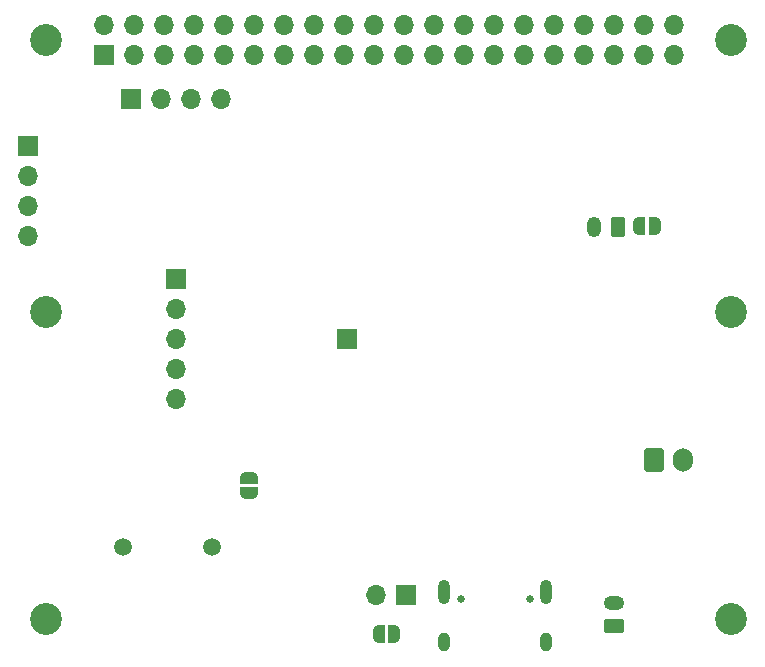
<source format=gbs>
G04 #@! TF.GenerationSoftware,KiCad,Pcbnew,7.0.7*
G04 #@! TF.CreationDate,2023-12-10T12:49:09-04:00*
G04 #@! TF.ProjectId,Pi hat LoRa,50692068-6174-4204-9c6f-52612e6b6963,rev?*
G04 #@! TF.SameCoordinates,Original*
G04 #@! TF.FileFunction,Soldermask,Bot*
G04 #@! TF.FilePolarity,Negative*
%FSLAX46Y46*%
G04 Gerber Fmt 4.6, Leading zero omitted, Abs format (unit mm)*
G04 Created by KiCad (PCBNEW 7.0.7) date 2023-12-10 12:49:09*
%MOMM*%
%LPD*%
G01*
G04 APERTURE LIST*
G04 Aperture macros list*
%AMRoundRect*
0 Rectangle with rounded corners*
0 $1 Rounding radius*
0 $2 $3 $4 $5 $6 $7 $8 $9 X,Y pos of 4 corners*
0 Add a 4 corners polygon primitive as box body*
4,1,4,$2,$3,$4,$5,$6,$7,$8,$9,$2,$3,0*
0 Add four circle primitives for the rounded corners*
1,1,$1+$1,$2,$3*
1,1,$1+$1,$4,$5*
1,1,$1+$1,$6,$7*
1,1,$1+$1,$8,$9*
0 Add four rect primitives between the rounded corners*
20,1,$1+$1,$2,$3,$4,$5,0*
20,1,$1+$1,$4,$5,$6,$7,0*
20,1,$1+$1,$6,$7,$8,$9,0*
20,1,$1+$1,$8,$9,$2,$3,0*%
%AMFreePoly0*
4,1,19,0.500000,-0.750000,0.000000,-0.750000,0.000000,-0.744911,-0.071157,-0.744911,-0.207708,-0.704816,-0.327430,-0.627875,-0.420627,-0.520320,-0.479746,-0.390866,-0.500000,-0.250000,-0.500000,0.250000,-0.479746,0.390866,-0.420627,0.520320,-0.327430,0.627875,-0.207708,0.704816,-0.071157,0.744911,0.000000,0.744911,0.000000,0.750000,0.500000,0.750000,0.500000,-0.750000,0.500000,-0.750000,
$1*%
%AMFreePoly1*
4,1,19,0.000000,0.744911,0.071157,0.744911,0.207708,0.704816,0.327430,0.627875,0.420627,0.520320,0.479746,0.390866,0.500000,0.250000,0.500000,-0.250000,0.479746,-0.390866,0.420627,-0.520320,0.327430,-0.627875,0.207708,-0.704816,0.071157,-0.744911,0.000000,-0.744911,0.000000,-0.750000,-0.500000,-0.750000,-0.500000,0.750000,0.000000,0.750000,0.000000,0.744911,0.000000,0.744911,
$1*%
G04 Aperture macros list end*
%ADD10RoundRect,0.250000X0.350000X0.625000X-0.350000X0.625000X-0.350000X-0.625000X0.350000X-0.625000X0*%
%ADD11O,1.200000X1.750000*%
%ADD12RoundRect,0.250000X-0.600000X-0.750000X0.600000X-0.750000X0.600000X0.750000X-0.600000X0.750000X0*%
%ADD13O,1.700000X2.000000*%
%ADD14C,2.700000*%
%ADD15C,0.650000*%
%ADD16O,1.000000X2.100000*%
%ADD17O,1.000000X1.600000*%
%ADD18R,1.700000X1.700000*%
%ADD19RoundRect,0.250000X0.625000X-0.350000X0.625000X0.350000X-0.625000X0.350000X-0.625000X-0.350000X0*%
%ADD20O,1.750000X1.200000*%
%ADD21C,1.500000*%
%ADD22O,1.700000X1.700000*%
%ADD23FreePoly0,0.000000*%
%ADD24FreePoly1,0.000000*%
%ADD25FreePoly0,270.000000*%
%ADD26FreePoly1,270.000000*%
G04 APERTURE END LIST*
D10*
X151900000Y-63300000D03*
D11*
X149900000Y-63300000D03*
D12*
X154950000Y-83000000D03*
D13*
X157450000Y-83000000D03*
D14*
X161500000Y-70500000D03*
X161500000Y-47500000D03*
D15*
X138660000Y-94760000D03*
X144440000Y-94760000D03*
D16*
X137230000Y-94230000D03*
D17*
X137230000Y-98410000D03*
D16*
X145870000Y-94230000D03*
D17*
X145870000Y-98410000D03*
D14*
X103500000Y-96500000D03*
D18*
X128980000Y-72750000D03*
D14*
X103500000Y-47500000D03*
X103500000Y-70500000D03*
D19*
X151550000Y-97100000D03*
D20*
X151550000Y-95100000D03*
D14*
X161500000Y-96500000D03*
D21*
X110050000Y-90400000D03*
X117550000Y-90400000D03*
D18*
X108370000Y-48770000D03*
D22*
X108370000Y-46230000D03*
X110910000Y-48770000D03*
X110910000Y-46230000D03*
X113450000Y-48770000D03*
X113450000Y-46230000D03*
X115990000Y-48770000D03*
X115990000Y-46230000D03*
X118530000Y-48770000D03*
X118530000Y-46230000D03*
X121070000Y-48770000D03*
X121070000Y-46230000D03*
X123610000Y-48770000D03*
X123610000Y-46230000D03*
X126150000Y-48770000D03*
X126150000Y-46230000D03*
X128690000Y-48770000D03*
X128690000Y-46230000D03*
X131230000Y-48770000D03*
X131230000Y-46230000D03*
X133770000Y-48770000D03*
X133770000Y-46230000D03*
X136310000Y-48770000D03*
X136310000Y-46230000D03*
X138850000Y-48770000D03*
X138850000Y-46230000D03*
X141390000Y-48770000D03*
X141390000Y-46230000D03*
X143930000Y-48770000D03*
X143930000Y-46230000D03*
X146470000Y-48770000D03*
X146470000Y-46230000D03*
X149010000Y-48770000D03*
X149010000Y-46230000D03*
X151550000Y-48770000D03*
X151550000Y-46230000D03*
X154090000Y-48770000D03*
X154090000Y-46230000D03*
X156630000Y-48770000D03*
X156630000Y-46230000D03*
D18*
X110700000Y-52500000D03*
D22*
X113240000Y-52500000D03*
X115780000Y-52500000D03*
X118320000Y-52500000D03*
D23*
X153750000Y-63200000D03*
D24*
X155050000Y-63200000D03*
D18*
X102000000Y-56450000D03*
D22*
X102000000Y-58990000D03*
X102000000Y-61530000D03*
X102000000Y-64070000D03*
D23*
X131700000Y-97800000D03*
D24*
X133000000Y-97800000D03*
D18*
X114500000Y-67675000D03*
D22*
X114500000Y-70215000D03*
X114500000Y-72755000D03*
X114500000Y-75295000D03*
X114500000Y-77835000D03*
D18*
X133975000Y-94500000D03*
D22*
X131435000Y-94500000D03*
D25*
X120700000Y-84550000D03*
D26*
X120700000Y-85850000D03*
M02*

</source>
